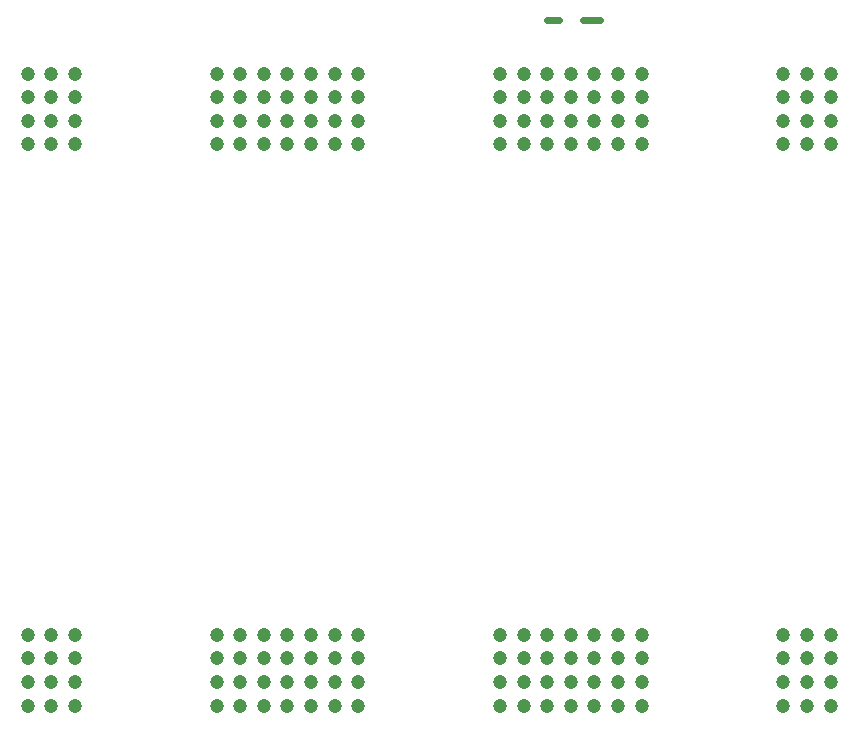
<source format=gbr>
G04 #@! TF.FileFunction,Copper,L2,Bot,Signal*
%FSLAX46Y46*%
G04 Gerber Fmt 4.6, Leading zero omitted, Abs format (unit mm)*
G04 Created by KiCad (PCBNEW 4.0.7) date Wed Jan 17 20:47:54 2018*
%MOMM*%
%LPD*%
G01*
G04 APERTURE LIST*
%ADD10C,0.100000*%
%ADD11C,1.200000*%
%ADD12C,0.600000*%
G04 APERTURE END LIST*
D10*
D11*
X162500000Y-84000000D03*
X164500000Y-84000000D03*
X166500000Y-84000000D03*
X166500000Y-82000000D03*
X164500000Y-82000000D03*
X162500000Y-82000000D03*
X162500000Y-80000000D03*
X164500000Y-80000000D03*
X166500000Y-80000000D03*
X166500000Y-78000000D03*
X164500000Y-78000000D03*
X162500000Y-78000000D03*
X160500000Y-78000000D03*
X160500000Y-80000000D03*
X160500000Y-82000000D03*
X160500000Y-84000000D03*
X158500000Y-82000000D03*
X158500000Y-84000000D03*
X158500000Y-80000000D03*
X158500000Y-78000000D03*
X156500000Y-78000000D03*
X156500000Y-80000000D03*
X156500000Y-82000000D03*
X156500000Y-84000000D03*
X154500000Y-84000000D03*
X154500000Y-82000000D03*
X154500000Y-80000000D03*
X154500000Y-78000000D03*
X142500000Y-84000000D03*
X142500000Y-82000000D03*
X142500000Y-80000000D03*
X142500000Y-78000000D03*
X140500000Y-84000000D03*
X140500000Y-82000000D03*
X140500000Y-80000000D03*
X140500000Y-78000000D03*
X138500000Y-84000000D03*
X138500000Y-82000000D03*
X138500000Y-80000000D03*
X138500000Y-78000000D03*
X136500000Y-84000000D03*
X136500000Y-82000000D03*
X136500000Y-80000000D03*
X136500000Y-78000000D03*
X134500000Y-84000000D03*
X134500000Y-82000000D03*
X134500000Y-80000000D03*
X134500000Y-78000000D03*
X132500000Y-84000000D03*
X132500000Y-82000000D03*
X132500000Y-80000000D03*
X132500000Y-78000000D03*
X130500000Y-84000000D03*
X130500000Y-82000000D03*
X130500000Y-80000000D03*
X130500000Y-78000000D03*
X178500000Y-84000000D03*
X180500000Y-84000000D03*
X182500000Y-84000000D03*
X182500000Y-78000000D03*
X182500000Y-80000000D03*
X180500000Y-80000000D03*
X180500000Y-78000000D03*
X178500000Y-78000000D03*
X182500000Y-82000000D03*
X178500000Y-80000000D03*
X178500000Y-82000000D03*
X180500000Y-82000000D03*
X118500000Y-84000000D03*
X118500000Y-82000000D03*
X118500000Y-80000000D03*
X118500000Y-78000000D03*
X116500000Y-84000000D03*
X116500000Y-82000000D03*
X116500000Y-80000000D03*
X116500000Y-78000000D03*
X114500000Y-84000000D03*
X114500000Y-82000000D03*
X114500000Y-80000000D03*
X114500000Y-78000000D03*
X182500000Y-131500000D03*
X182500000Y-129500000D03*
X182500000Y-127500000D03*
X182500000Y-125500000D03*
X180500000Y-131500000D03*
X180500000Y-129500000D03*
X180500000Y-127500000D03*
X180500000Y-125500000D03*
X178500000Y-131500000D03*
X178500000Y-129500000D03*
X178500000Y-127500000D03*
X118500000Y-131500000D03*
X118500000Y-129500000D03*
X118500000Y-127500000D03*
X118500000Y-125500000D03*
X116500000Y-131500000D03*
X116500000Y-129500000D03*
X116500000Y-127500000D03*
X116500000Y-125500000D03*
X114500000Y-131500000D03*
X114500000Y-129500000D03*
X114500000Y-127500000D03*
X166500000Y-131500000D03*
X166500000Y-129500000D03*
X166500000Y-127500000D03*
X166500000Y-125500000D03*
X164500000Y-131500000D03*
X164500000Y-129500000D03*
X164500000Y-127500000D03*
X164500000Y-125500000D03*
X162500000Y-131500000D03*
X162500000Y-129500000D03*
X162500000Y-127500000D03*
X162500000Y-125500000D03*
X160500000Y-131500000D03*
X160500000Y-129500000D03*
X160500000Y-127500000D03*
X160500000Y-125500000D03*
X158500000Y-131500000D03*
X158500000Y-129500000D03*
X158500000Y-127500000D03*
X158500000Y-125500000D03*
X156500000Y-131500000D03*
X156500000Y-129500000D03*
X156500000Y-127500000D03*
X156500000Y-125500000D03*
X154500000Y-131500000D03*
X154500000Y-129500000D03*
X154500000Y-127500000D03*
X142500000Y-131500000D03*
X142500000Y-129500000D03*
X142500000Y-127500000D03*
X142500000Y-125500000D03*
X140500000Y-131500000D03*
X140500000Y-129500000D03*
X140500000Y-127500000D03*
X140500000Y-125500000D03*
X138500000Y-131500000D03*
X138500000Y-129500000D03*
X138500000Y-127500000D03*
X138500000Y-125500000D03*
X136500000Y-131500000D03*
X136500000Y-129500000D03*
X136500000Y-127500000D03*
X136500000Y-125500000D03*
X134500000Y-131500000D03*
X134500000Y-129500000D03*
X134500000Y-127500000D03*
X134500000Y-125500000D03*
X132500000Y-131500000D03*
X132500000Y-129500000D03*
X132500000Y-127500000D03*
X132500000Y-125500000D03*
X130500000Y-131500000D03*
X130500000Y-129500000D03*
X130500000Y-127500000D03*
X178500000Y-125500000D03*
X154500000Y-125500000D03*
X130500000Y-125500000D03*
X114500000Y-125500000D03*
D12*
X159500000Y-73500000D02*
X158500000Y-73500000D01*
X163000000Y-73500000D02*
X161500000Y-73500000D01*
M02*

</source>
